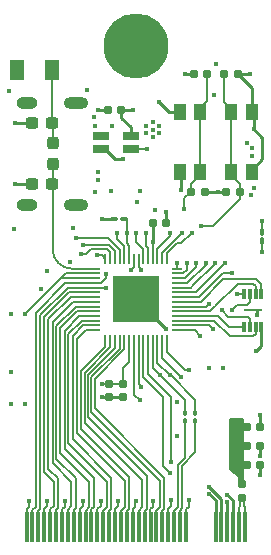
<source format=gbr>
%TF.GenerationSoftware,KiCad,Pcbnew,8.0.1*%
%TF.CreationDate,2024-04-18T13:31:19+02:00*%
%TF.ProjectId,ESP32S3_M.2_Board,45535033-3253-4335-9f4d-2e325f426f61,rev?*%
%TF.SameCoordinates,Original*%
%TF.FileFunction,Copper,L1,Top*%
%TF.FilePolarity,Positive*%
%FSLAX46Y46*%
G04 Gerber Fmt 4.6, Leading zero omitted, Abs format (unit mm)*
G04 Created by KiCad (PCBNEW 8.0.1) date 2024-04-18 13:31:19*
%MOMM*%
%LPD*%
G01*
G04 APERTURE LIST*
G04 Aperture macros list*
%AMRoundRect*
0 Rectangle with rounded corners*
0 $1 Rounding radius*
0 $2 $3 $4 $5 $6 $7 $8 $9 X,Y pos of 4 corners*
0 Add a 4 corners polygon primitive as box body*
4,1,4,$2,$3,$4,$5,$6,$7,$8,$9,$2,$3,0*
0 Add four circle primitives for the rounded corners*
1,1,$1+$1,$2,$3*
1,1,$1+$1,$4,$5*
1,1,$1+$1,$6,$7*
1,1,$1+$1,$8,$9*
0 Add four rect primitives between the rounded corners*
20,1,$1+$1,$2,$3,$4,$5,0*
20,1,$1+$1,$4,$5,$6,$7,0*
20,1,$1+$1,$6,$7,$8,$9,0*
20,1,$1+$1,$8,$9,$2,$3,0*%
G04 Aperture macros list end*
%TA.AperFunction,SMDPad,CuDef*%
%ADD10RoundRect,0.155000X-0.212500X-0.155000X0.212500X-0.155000X0.212500X0.155000X-0.212500X0.155000X0*%
%TD*%
%TA.AperFunction,SMDPad,CuDef*%
%ADD11RoundRect,0.100000X-0.100000X0.130000X-0.100000X-0.130000X0.100000X-0.130000X0.100000X0.130000X0*%
%TD*%
%TA.AperFunction,SMDPad,CuDef*%
%ADD12RoundRect,0.237500X0.237500X-0.287500X0.237500X0.287500X-0.237500X0.287500X-0.237500X-0.287500X0*%
%TD*%
%TA.AperFunction,SMDPad,CuDef*%
%ADD13RoundRect,0.050000X-0.350000X-0.050000X0.350000X-0.050000X0.350000X0.050000X-0.350000X0.050000X0*%
%TD*%
%TA.AperFunction,SMDPad,CuDef*%
%ADD14RoundRect,0.050000X-0.050000X-0.350000X0.050000X-0.350000X0.050000X0.350000X-0.050000X0.350000X0*%
%TD*%
%TA.AperFunction,HeatsinkPad*%
%ADD15R,4.000000X4.000000*%
%TD*%
%TA.AperFunction,SMDPad,CuDef*%
%ADD16RoundRect,0.237500X0.300000X0.237500X-0.300000X0.237500X-0.300000X-0.237500X0.300000X-0.237500X0*%
%TD*%
%TA.AperFunction,SMDPad,CuDef*%
%ADD17R,1.340000X0.700000*%
%TD*%
%TA.AperFunction,SMDPad,CuDef*%
%ADD18RoundRect,0.155000X0.212500X0.155000X-0.212500X0.155000X-0.212500X-0.155000X0.212500X-0.155000X0*%
%TD*%
%TA.AperFunction,SMDPad,CuDef*%
%ADD19RoundRect,0.155000X-0.155000X0.212500X-0.155000X-0.212500X0.155000X-0.212500X0.155000X0.212500X0*%
%TD*%
%TA.AperFunction,SMDPad,CuDef*%
%ADD20R,1.000000X1.450000*%
%TD*%
%TA.AperFunction,SMDPad,CuDef*%
%ADD21RoundRect,0.100000X0.100000X-0.217500X0.100000X0.217500X-0.100000X0.217500X-0.100000X-0.217500X0*%
%TD*%
%TA.AperFunction,SMDPad,CuDef*%
%ADD22R,0.300000X0.900000*%
%TD*%
%TA.AperFunction,SMDPad,CuDef*%
%ADD23R,1.650000X0.250000*%
%TD*%
%TA.AperFunction,SMDPad,CuDef*%
%ADD24RoundRect,0.160000X-0.160000X0.197500X-0.160000X-0.197500X0.160000X-0.197500X0.160000X0.197500X0*%
%TD*%
%TA.AperFunction,SMDPad,CuDef*%
%ADD25R,1.150000X1.800000*%
%TD*%
%TA.AperFunction,SMDPad,CuDef*%
%ADD26RoundRect,0.160000X-0.197500X-0.160000X0.197500X-0.160000X0.197500X0.160000X-0.197500X0.160000X0*%
%TD*%
%TA.AperFunction,SMDPad,CuDef*%
%ADD27RoundRect,0.100000X-0.217500X-0.100000X0.217500X-0.100000X0.217500X0.100000X-0.217500X0.100000X0*%
%TD*%
%TA.AperFunction,ComponentPad*%
%ADD28C,5.500000*%
%TD*%
%TA.AperFunction,SMDPad,CuDef*%
%ADD29R,0.350000X2.500000*%
%TD*%
%TA.AperFunction,SMDPad,CuDef*%
%ADD30RoundRect,0.160000X0.197500X0.160000X-0.197500X0.160000X-0.197500X-0.160000X0.197500X-0.160000X0*%
%TD*%
%TA.AperFunction,ComponentPad*%
%ADD31O,1.800000X1.000000*%
%TD*%
%TA.AperFunction,ComponentPad*%
%ADD32O,2.100000X1.000000*%
%TD*%
%TA.AperFunction,ViaPad*%
%ADD33C,0.450000*%
%TD*%
%TA.AperFunction,Conductor*%
%ADD34C,0.150000*%
%TD*%
%TA.AperFunction,Conductor*%
%ADD35C,0.250000*%
%TD*%
G04 APERTURE END LIST*
D10*
%TO.P,C14,1*%
%TO.N,+3V3*%
X230340000Y-106075000D03*
%TO.P,C14,2*%
%TO.N,Earth*%
X231475000Y-106075000D03*
%TD*%
D11*
%TO.P,R1,1*%
%TO.N,/USB_D-*%
X233050000Y-122205000D03*
%TO.P,R1,2*%
%TO.N,/M.2_USB_D-*%
X233050000Y-122845000D03*
%TD*%
D12*
%TO.P,L3,1,1*%
%TO.N,/RF1*%
X221875000Y-101075000D03*
%TO.P,L3,2,2*%
%TO.N,/RF2*%
X221875000Y-99325000D03*
%TD*%
D13*
%TO.P,U3,1,LNA_IN*%
%TO.N,/RF1*%
X225485000Y-109980000D03*
%TO.P,U3,2,VDD3P3*%
%TO.N,+3V3_RF*%
X225485000Y-110380000D03*
%TO.P,U3,3,VDD3P3*%
X225485000Y-110780000D03*
%TO.P,U3,4,CHIP_PU*%
%TO.N,/CHIP_PU*%
X225485000Y-111180000D03*
%TO.P,U3,5,GPIO0*%
%TO.N,/CHIP_BOOT*%
X225485000Y-111580000D03*
%TO.P,U3,6,GPIO1*%
%TO.N,/GPIO1*%
X225485000Y-111980000D03*
%TO.P,U3,7,GPIO2*%
%TO.N,/GPIO2*%
X225485000Y-112380000D03*
%TO.P,U3,8,GPIO3*%
%TO.N,/GPIO3*%
X225485000Y-112780000D03*
%TO.P,U3,9,GPIO4*%
%TO.N,/GPIO4*%
X225485000Y-113180000D03*
%TO.P,U3,10,GPIO5*%
%TO.N,/GPIO5*%
X225485000Y-113580000D03*
%TO.P,U3,11,GPIO6*%
%TO.N,/GPIO6*%
X225485000Y-113980000D03*
%TO.P,U3,12,GPIO7*%
%TO.N,/GPIO7*%
X225485000Y-114380000D03*
%TO.P,U3,13,GPIO8*%
%TO.N,/GPIO8*%
X225485000Y-114780000D03*
%TO.P,U3,14,GPIO9*%
%TO.N,/GPIO9*%
X225485000Y-115180000D03*
D14*
%TO.P,U3,15,GPIO10*%
%TO.N,/GPIO10*%
X226335000Y-116030000D03*
%TO.P,U3,16,GPIO11*%
%TO.N,/GPIO11*%
X226735000Y-116030000D03*
%TO.P,U3,17,GPIO12*%
%TO.N,/GPIO12*%
X227135000Y-116030000D03*
%TO.P,U3,18,GPIO13*%
%TO.N,/GPIO13*%
X227535000Y-116030000D03*
%TO.P,U3,19,GPIO14*%
%TO.N,/GPIO14*%
X227935000Y-116030000D03*
%TO.P,U3,20,VDD3P3_RTC*%
%TO.N,+3V3*%
X228335000Y-116030000D03*
%TO.P,U3,21,XTAL_32K_P*%
%TO.N,/OSC32_IN*%
X228735000Y-116030000D03*
%TO.P,U3,22,XTAL_32K_N*%
%TO.N,/OSC32_OUT*%
X229135000Y-116030000D03*
%TO.P,U3,23,GPIO17*%
%TO.N,/GPIO17*%
X229535000Y-116030000D03*
%TO.P,U3,24,GPIO18*%
%TO.N,/GPIO18*%
X229935000Y-116030000D03*
%TO.P,U3,25,GPIO19/USB_D-*%
%TO.N,/USB_D-*%
X230335000Y-116030000D03*
%TO.P,U3,26,GPIO20/USB_D+*%
%TO.N,/USB_D+*%
X230735000Y-116030000D03*
%TO.P,U3,27,GPIO21*%
%TO.N,/GPIO21*%
X231135000Y-116030000D03*
%TO.P,U3,28,SPICS1*%
%TO.N,/SPICS1*%
X231535000Y-116030000D03*
D13*
%TO.P,U3,29,VDD_SPI*%
%TO.N,VDD_SPI*%
X232385000Y-115180000D03*
%TO.P,U3,30,SPIHD*%
%TO.N,/FLASH_QSPI_nH*%
X232385000Y-114780000D03*
%TO.P,U3,31,SPIWP*%
%TO.N,/FLASH_QSPI_nWP*%
X232385000Y-114380000D03*
%TO.P,U3,32,SPICS0*%
%TO.N,/FLASH_QSPI_nCS*%
X232385000Y-113980000D03*
%TO.P,U3,33,SPICLK*%
%TO.N,/FLASH_QSPI_CLK*%
X232385000Y-113580000D03*
%TO.P,U3,34,SPIQ*%
%TO.N,/FLASH_QSPI_DO*%
X232385000Y-113180000D03*
%TO.P,U3,35,SPID*%
%TO.N,/FLASH_QSPI_DI*%
X232385000Y-112780000D03*
%TO.P,U3,36,SPICLK_N*%
%TO.N,/SPICLK_N*%
X232385000Y-112380000D03*
%TO.P,U3,37,SPICLK_P*%
%TO.N,/SPICLK_P*%
X232385000Y-111980000D03*
%TO.P,U3,38,GPIO33*%
%TO.N,/GPIO33*%
X232385000Y-111580000D03*
%TO.P,U3,39,GPIO34*%
%TO.N,/GPIO34*%
X232385000Y-111180000D03*
%TO.P,U3,40,GPIO35*%
%TO.N,/GPIO35*%
X232385000Y-110780000D03*
%TO.P,U3,41,GPIO36*%
%TO.N,/GPIO36*%
X232385000Y-110380000D03*
%TO.P,U3,42,GPIO37*%
%TO.N,/GPIO37*%
X232385000Y-109980000D03*
D14*
%TO.P,U3,43,GPIO38*%
%TO.N,/GPIO38*%
X231535000Y-109130000D03*
%TO.P,U3,44,MTCK*%
%TO.N,/MTCK*%
X231135000Y-109130000D03*
%TO.P,U3,45,MTDO*%
%TO.N,/MTDO*%
X230735000Y-109130000D03*
%TO.P,U3,46,VDD3P3_CPU*%
%TO.N,+3V3*%
X230335000Y-109130000D03*
%TO.P,U3,47,MTDI*%
%TO.N,/MTDI*%
X229935000Y-109130000D03*
%TO.P,U3,48,MTMS*%
%TO.N,/MTMS*%
X229535000Y-109130000D03*
%TO.P,U3,49,U0TXD*%
%TO.N,/U0TXD*%
X229135000Y-109130000D03*
%TO.P,U3,50,U0RXD*%
%TO.N,/U0RXD*%
X228735000Y-109130000D03*
%TO.P,U3,51,GPIO45*%
%TO.N,/GPIO45*%
X228335000Y-109130000D03*
%TO.P,U3,52,GPIO46*%
%TO.N,/GPIO46*%
X227935000Y-109130000D03*
%TO.P,U3,53,XTAL_N*%
%TO.N,/OSC_OUT*%
X227535000Y-109130000D03*
%TO.P,U3,54,XTAL_P*%
%TO.N,/OSC_IN*%
X227135000Y-109130000D03*
%TO.P,U3,55,VDDA*%
%TO.N,+3V3*%
X226735000Y-109130000D03*
%TO.P,U3,56,VDDA*%
X226335000Y-109130000D03*
D15*
%TO.P,U3,57,GND*%
%TO.N,Earth*%
X228935000Y-112580000D03*
%TD*%
D16*
%TO.P,C25,1*%
%TO.N,/RF2*%
X221812500Y-97675000D03*
%TO.P,C25,2*%
%TO.N,Earth*%
X220087500Y-97675000D03*
%TD*%
D17*
%TO.P,LED,1,DO*%
%TO.N,unconnected-(LED1-DO-Pad1)*%
X225990000Y-98750000D03*
%TO.P,LED,2,GND*%
%TO.N,Earth*%
X225990000Y-99850000D03*
%TO.P,LED,3,DI*%
%TO.N,/GPIO46*%
X228460000Y-99850000D03*
%TO.P,LED,4,VDD*%
%TO.N,+3V3*%
X228460000Y-98750000D03*
%TD*%
D18*
%TO.P,C26,1*%
%TO.N,+3V3*%
X227667500Y-96550000D03*
%TO.P,C26,2*%
%TO.N,Earth*%
X226532500Y-96550000D03*
%TD*%
D19*
%TO.P,C15,1*%
%TO.N,+3V3*%
X226650000Y-119707500D03*
%TO.P,C15,2*%
%TO.N,Earth*%
X226650000Y-120842500D03*
%TD*%
D20*
%TO.P,RST,1,1*%
%TO.N,Earth*%
X232625000Y-101825000D03*
X232625000Y-96675000D03*
%TO.P,RST,2,2*%
%TO.N,/CHIP_PU*%
X234325000Y-101825000D03*
X234325000Y-96675000D03*
%TD*%
D21*
%TO.P,R3,1*%
%TO.N,VBUS*%
X239575000Y-107657500D03*
%TO.P,R3,2*%
%TO.N,Net-(U1-EN)*%
X239575000Y-106842500D03*
%TD*%
D22*
%TO.P,U4,1,~{CS}*%
%TO.N,/FLASH_QSPI_nCS*%
X238040000Y-114910000D03*
%TO.P,U4,2,DO(IO1)*%
%TO.N,/FLASH_QSPI_DO*%
X238540000Y-114910000D03*
%TO.P,U4,3,IO2*%
%TO.N,/FLASH_QSPI_nWP*%
X239040000Y-114910000D03*
%TO.P,U4,4,GND*%
%TO.N,Earth*%
X239540000Y-114910000D03*
%TO.P,U4,5,DI(IO0)*%
%TO.N,/FLASH_QSPI_DI*%
X239540000Y-112110000D03*
%TO.P,U4,6,CLK*%
%TO.N,/FLASH_QSPI_CLK*%
X239040000Y-112110000D03*
%TO.P,U4,7,IO3*%
%TO.N,/FLASH_QSPI_nH*%
X238540000Y-112110000D03*
%TO.P,U4,8,VCC*%
%TO.N,VDD_SPI*%
X238040000Y-112110000D03*
D23*
%TO.P,U4,9,EP*%
%TO.N,Earth*%
X238790000Y-113510000D03*
%TD*%
D24*
%TO.P,R10,1*%
%TO.N,+3V3*%
X237900000Y-128227500D03*
%TO.P,R10,2*%
%TO.N,Net-(J2-1)*%
X237900000Y-129422500D03*
%TD*%
D10*
%TO.P,C17,1*%
%TO.N,+3V3*%
X238282500Y-126575000D03*
%TO.P,C17,2*%
%TO.N,Earth*%
X239417500Y-126575000D03*
%TD*%
D16*
%TO.P,C24,1*%
%TO.N,/RF1*%
X221837500Y-102825000D03*
%TO.P,C24,2*%
%TO.N,Earth*%
X220112500Y-102825000D03*
%TD*%
D25*
%TO.P,ANT1,1,FEED*%
%TO.N,/RF2*%
X221825000Y-93150000D03*
%TO.P,ANT1,2,NC*%
%TO.N,unconnected-(ANT1-NC-Pad2)*%
X218825000Y-93150000D03*
%TD*%
D26*
%TO.P,R12,1*%
%TO.N,+3V3*%
X236527500Y-103450000D03*
%TO.P,R12,2*%
%TO.N,/CHIP_BOOT*%
X237722500Y-103450000D03*
%TD*%
D19*
%TO.P,C11,1*%
%TO.N,+3V3*%
X227800000Y-119707500D03*
%TO.P,C11,2*%
%TO.N,Earth*%
X227800000Y-120842500D03*
%TD*%
D10*
%TO.P,C16,1*%
%TO.N,+3V3*%
X238290000Y-123375000D03*
%TO.P,C16,2*%
%TO.N,Earth*%
X239425000Y-123375000D03*
%TD*%
D27*
%TO.P,R13,1*%
%TO.N,+3V3*%
X227092500Y-105750000D03*
%TO.P,R13,2*%
%TO.N,/GPIO45*%
X227907500Y-105750000D03*
%TD*%
D11*
%TO.P,R2,1*%
%TO.N,/USB_D+*%
X233950000Y-122205000D03*
%TO.P,R2,2*%
%TO.N,/M.2_USB_D+*%
X233950000Y-122845000D03*
%TD*%
D10*
%TO.P,C18,1*%
%TO.N,+3V3*%
X238290000Y-124975000D03*
%TO.P,C18,2*%
%TO.N,Earth*%
X239425000Y-124975000D03*
%TD*%
D28*
%TO.P,J2,MOUNTING-HOLE,MP1*%
%TO.N,unconnected-(J2-MP1-PadMOUNTING-HOLE)*%
X228900000Y-91100000D03*
D29*
%TO.P,J2,P$1,1*%
%TO.N,Net-(J2-1)*%
X238150000Y-131850000D03*
%TO.P,J2,P$3,3*%
X237650000Y-131850000D03*
%TO.P,J2,P$5,5*%
%TO.N,Earth*%
X237150000Y-131850000D03*
%TO.P,J2,P$7,7*%
X236650000Y-131850000D03*
%TO.P,J2,P$9,9*%
X236150000Y-131850000D03*
%TO.P,J2,P$11,11*%
X235650000Y-131850000D03*
%TO.P,J2,P$21,21*%
X233150000Y-131850000D03*
%TO.P,J2,P$23,23*%
%TO.N,/M.2_USB_D+*%
X232650000Y-131850000D03*
%TO.P,J2,P$25,25*%
%TO.N,/M.2_USB_D-*%
X232150000Y-131850000D03*
%TO.P,J2,P$27,27*%
%TO.N,Earth*%
X231650000Y-131850000D03*
%TO.P,J2,P$29,29*%
%TO.N,/GPIO14*%
X231150000Y-131850000D03*
%TO.P,J2,P$31,31*%
%TO.N,/GPIO13*%
X230650000Y-131850000D03*
%TO.P,J2,P$33,33*%
%TO.N,Earth*%
X230150000Y-131850000D03*
%TO.P,J2,P$35,35*%
%TO.N,/GPIO12*%
X229650000Y-131850000D03*
%TO.P,J2,P$37,37*%
%TO.N,/GPIO11*%
X229150000Y-131850000D03*
%TO.P,J2,P$39,39*%
%TO.N,Earth*%
X228650000Y-131850000D03*
%TO.P,J2,P$41,41*%
%TO.N,/GPIO10*%
X228150000Y-131850000D03*
%TO.P,J2,P$43,43*%
%TO.N,/GPIO9*%
X227650000Y-131850000D03*
%TO.P,J2,P$45,45*%
%TO.N,Earth*%
X227150000Y-131850000D03*
%TO.P,J2,P$47,47*%
%TO.N,/GPIO8*%
X226650000Y-131850000D03*
%TO.P,J2,P$49,49*%
%TO.N,/GPIO7*%
X226150000Y-131850000D03*
%TO.P,J2,P$51,51*%
%TO.N,Earth*%
X225650000Y-131850000D03*
%TO.P,J2,P$53,53*%
%TO.N,/GPIO6*%
X225150000Y-131850000D03*
%TO.P,J2,P$55,55*%
%TO.N,/GPIO5*%
X224650000Y-131850000D03*
%TO.P,J2,P$57,57*%
%TO.N,Earth*%
X224150000Y-131850000D03*
%TO.P,J2,P$59,59*%
%TO.N,/GPIO4*%
X223650000Y-131850000D03*
%TO.P,J2,P$61,61*%
%TO.N,/GPIO3*%
X223150000Y-131850000D03*
%TO.P,J2,P$63,63*%
%TO.N,Earth*%
X222650000Y-131850000D03*
%TO.P,J2,P$65,65*%
%TO.N,/GPIO2*%
X222150000Y-131850000D03*
%TO.P,J2,P$67,67*%
%TO.N,/GPIO1*%
X221650000Y-131850000D03*
%TO.P,J2,P$69,69*%
%TO.N,Earth*%
X221150000Y-131850000D03*
%TO.P,J2,P$71,71*%
%TO.N,/CHIP_BOOT*%
X220650000Y-131850000D03*
%TO.P,J2,P$73,73*%
%TO.N,/CHIP_PU*%
X220150000Y-131850000D03*
%TO.P,J2,P$75,75*%
%TO.N,Earth*%
X219650000Y-131850000D03*
%TD*%
D30*
%TO.P,R9,1*%
%TO.N,+3V3*%
X234797500Y-103450000D03*
%TO.P,R9,2*%
%TO.N,/CHIP_PU*%
X233602500Y-103450000D03*
%TD*%
D18*
%TO.P,C10,1*%
%TO.N,/CHIP_PU*%
X234967500Y-93525000D03*
%TO.P,C10,2*%
%TO.N,Earth*%
X233832500Y-93525000D03*
%TD*%
D10*
%TO.P,C23,1*%
%TO.N,/CHIP_BOOT*%
X236382500Y-93525000D03*
%TO.P,C23,2*%
%TO.N,Earth*%
X237517500Y-93525000D03*
%TD*%
D20*
%TO.P,BOOT,1,1*%
%TO.N,Earth*%
X238700000Y-96675000D03*
X238700000Y-101825000D03*
%TO.P,BOOT,2,2*%
%TO.N,/CHIP_BOOT*%
X237000000Y-96675000D03*
X237000000Y-101825000D03*
%TD*%
D31*
%TO.P,J1,S1,SHIELD*%
%TO.N,Earth*%
X219685000Y-104620000D03*
D32*
X223865000Y-104620000D03*
D31*
X219685000Y-95980000D03*
D32*
X223865000Y-95980000D03*
%TD*%
D33*
%TO.N,VBUS*%
X230325000Y-98850000D03*
X230325000Y-97595997D03*
X225700000Y-101750000D03*
X225700000Y-102475000D03*
X230900000Y-98529003D03*
X226825000Y-103375000D03*
X239575000Y-108575000D03*
X226875000Y-97900000D03*
X230900000Y-97925000D03*
X230325000Y-98200000D03*
X229725000Y-98500000D03*
X225425000Y-97900000D03*
X229725000Y-97925000D03*
%TO.N,Earth*%
X222880000Y-129650000D03*
X235525000Y-95275000D03*
X239150000Y-113900000D03*
X218700000Y-97650000D03*
X224390000Y-129635000D03*
X232425000Y-124125000D03*
X230875000Y-95825000D03*
X218548439Y-106630888D03*
X218365000Y-121475000D03*
X231500000Y-105175000D03*
X238575000Y-93500000D03*
X218365000Y-118690000D03*
X225375000Y-97100000D03*
X227850000Y-100700000D03*
X236275000Y-118400000D03*
X232750000Y-103275000D03*
X239425000Y-122400000D03*
X218700000Y-102825000D03*
X233390000Y-129582500D03*
X219880000Y-129677500D03*
X236650000Y-129725000D03*
X225915000Y-129632500D03*
X239425000Y-125800000D03*
X231450000Y-115075000D03*
X228880000Y-129625000D03*
X220899569Y-111701651D03*
X218350000Y-113825000D03*
X223575000Y-106550000D03*
X238900000Y-98175000D03*
X235100000Y-129050000D03*
X229225000Y-103375000D03*
X224775000Y-94825000D03*
X233025000Y-93525000D03*
X218175000Y-94975000D03*
X226000000Y-120850000D03*
X231880000Y-129597500D03*
X221400000Y-110150000D03*
X235125000Y-118400000D03*
X225700000Y-96550000D03*
X236650000Y-129120997D03*
X239075000Y-116950000D03*
X232400000Y-121225000D03*
X221390000Y-129677500D03*
X230390000Y-129625000D03*
X239425000Y-127425000D03*
X223300000Y-109375000D03*
X225450000Y-103525000D03*
X227390000Y-129625000D03*
X235100000Y-128445997D03*
%TO.N,+3V3*%
X238875000Y-103150000D03*
X226000000Y-105750000D03*
X225600000Y-108800000D03*
X224225000Y-108750000D03*
X237375000Y-123200000D03*
X238650000Y-103725000D03*
X235825000Y-103450000D03*
X238750000Y-100425000D03*
X226025000Y-119700000D03*
X237375000Y-123925000D03*
X235700000Y-92675000D03*
X237375000Y-125375000D03*
X238750000Y-99775000D03*
X219500000Y-121475000D03*
X228625000Y-96550000D03*
X230340000Y-107735000D03*
X237375000Y-124650000D03*
X238275000Y-99350000D03*
%TO.N,/OSC_IN*%
X224425000Y-107975000D03*
%TO.N,/OSC_OUT*%
X223825000Y-107350000D03*
%TO.N,/OSC32_IN*%
X229225000Y-121125000D03*
%TO.N,/OSC32_OUT*%
X229365000Y-119960000D03*
%TO.N,VDD_SPI*%
X237465000Y-112110000D03*
X234375000Y-115650000D03*
%TO.N,/USB_D+*%
X230525000Y-105050000D03*
X231825000Y-119012800D03*
%TO.N,/USB_D-*%
X229025000Y-104300000D03*
X230987200Y-119012800D03*
%TO.N,/FLASH_QSPI_nH*%
X237077500Y-113447500D03*
X235440000Y-115085000D03*
%TO.N,/FLASH_QSPI_DO*%
X235065000Y-112935000D03*
X236165000Y-113510000D03*
%TO.N,+3V3_RF*%
X219500000Y-113825000D03*
%TO.N,/CHIP_PU*%
X233000000Y-104925000D03*
X226375000Y-110450000D03*
%TO.N,/CHIP_BOOT*%
X226350000Y-111575000D03*
X234400000Y-106400000D03*
%TO.N,/GPIO33*%
X235640000Y-109460000D03*
%TO.N,/GPIO18*%
X231840000Y-126385000D03*
%TO.N,/GPIO35*%
X234015000Y-109460000D03*
%TO.N,/GPIO21*%
X232737500Y-119112500D03*
%TO.N,/SPICLK_P*%
X236465000Y-109460000D03*
%TO.N,/MTCK*%
X232825000Y-106950000D03*
%TO.N,/GPIO37*%
X232390000Y-109460000D03*
%TO.N,/GPIO17*%
X231827500Y-127297500D03*
%TO.N,/MTDO*%
X231800000Y-106950000D03*
%TO.N,/GPIO34*%
X234815000Y-109460000D03*
%TO.N,/U0RXD*%
X228515000Y-110060000D03*
%TO.N,/U0TXD*%
X229340000Y-110060000D03*
%TO.N,/SPICS1*%
X233375000Y-118550000D03*
%TO.N,/MTDI*%
X229740000Y-106960000D03*
%TO.N,/GPIO36*%
X233215000Y-109460000D03*
%TO.N,/GPIO46*%
X229825000Y-99850000D03*
X227315000Y-106960000D03*
%TO.N,/SPICLK_N*%
X237015000Y-110310000D03*
%TO.N,/MTMS*%
X228940000Y-106960000D03*
%TO.N,/GPIO38*%
X233625000Y-106950000D03*
%TO.N,/GPIO45*%
X228140000Y-106960000D03*
%TO.N,Net-(U1-EN)*%
X239575000Y-105900000D03*
%TD*%
D34*
%TO.N,VBUS*%
X239575000Y-107657500D02*
X239575000Y-108575000D01*
%TO.N,Earth*%
X231890000Y-130110000D02*
X231890000Y-129717500D01*
X222640000Y-131870000D02*
X222640000Y-130360000D01*
D35*
X236650000Y-131850000D02*
X236650000Y-129725000D01*
D34*
X227390000Y-129697500D02*
X227380000Y-129687500D01*
D35*
X238700000Y-101825000D02*
X238700000Y-101625000D01*
X239425000Y-123375000D02*
X239425000Y-122400000D01*
D34*
X231890000Y-129717500D02*
X231865000Y-129692500D01*
D35*
X239075000Y-116950000D02*
X239540000Y-116485000D01*
X237125000Y-129595997D02*
X237125000Y-131825000D01*
X239425000Y-127425000D02*
X239425000Y-126582500D01*
X238700000Y-94707500D02*
X237517500Y-93525000D01*
D34*
X231635000Y-130365000D02*
X231890000Y-130110000D01*
X219880000Y-130120000D02*
X219880000Y-129677500D01*
X221150000Y-130350000D02*
X221390000Y-130110000D01*
X225915000Y-129732500D02*
X225870000Y-129687500D01*
X224140000Y-130360000D02*
X224390000Y-130110000D01*
D35*
X231500000Y-105175000D02*
X231500000Y-106050000D01*
X235650000Y-131850000D02*
X235650000Y-129600000D01*
X239625000Y-98900000D02*
X238900000Y-98175000D01*
X236150000Y-129495997D02*
X236150000Y-131850000D01*
X233025000Y-93525000D02*
X233832500Y-93525000D01*
X218725000Y-97675000D02*
X218700000Y-97650000D01*
X238900000Y-98175000D02*
X238900000Y-96875000D01*
D34*
X219650000Y-130350000D02*
X219880000Y-130120000D01*
X233385000Y-129702500D02*
X233375000Y-129692500D01*
D35*
X230875000Y-95825000D02*
X231725000Y-96675000D01*
D34*
X225915000Y-130085000D02*
X225915000Y-129732500D01*
D35*
X226532500Y-96550000D02*
X225700000Y-96550000D01*
D34*
X221150000Y-131860000D02*
X221150000Y-130350000D01*
D35*
X232750000Y-101950000D02*
X232625000Y-101825000D01*
D34*
X225640000Y-131870000D02*
X225640000Y-130360000D01*
D35*
X228935000Y-112585000D02*
X228935000Y-112580000D01*
X226000000Y-120850000D02*
X226007500Y-120842500D01*
D34*
X222640000Y-130360000D02*
X222870000Y-130130000D01*
D35*
X220112500Y-102825000D02*
X218700000Y-102825000D01*
X226007500Y-120842500D02*
X226650000Y-120842500D01*
D34*
X228875000Y-130125000D02*
X228875000Y-129682500D01*
X225640000Y-130360000D02*
X225915000Y-130085000D01*
D35*
X238575000Y-93500000D02*
X238550000Y-93525000D01*
X227150000Y-100700000D02*
X226300000Y-99850000D01*
D34*
X230145000Y-130355000D02*
X230385000Y-130115000D01*
D35*
X237125000Y-131825000D02*
X237150000Y-131850000D01*
D34*
X233135000Y-130365000D02*
X233385000Y-130115000D01*
D35*
X236650000Y-129120997D02*
X237125000Y-129595997D01*
X226300000Y-99850000D02*
X225990000Y-99850000D01*
X239425000Y-124975000D02*
X239425000Y-125800000D01*
X235650000Y-129600000D02*
X235100000Y-129050000D01*
X239540000Y-116485000D02*
X239540000Y-114910000D01*
X235100000Y-128445997D02*
X236150000Y-129495997D01*
D34*
X219650000Y-131860000D02*
X219650000Y-130350000D01*
D35*
X238550000Y-93525000D02*
X237517500Y-93525000D01*
D34*
X230385000Y-130115000D02*
X230385000Y-129682500D01*
D35*
X239425000Y-126582500D02*
X239417500Y-126575000D01*
D34*
X227140000Y-130360000D02*
X227390000Y-130110000D01*
D35*
X239625000Y-100700000D02*
X239625000Y-98900000D01*
X238700000Y-101625000D02*
X239625000Y-100700000D01*
D34*
X224390000Y-130110000D02*
X224390000Y-129697500D01*
X227140000Y-131870000D02*
X227140000Y-130360000D01*
D35*
X220087500Y-97675000D02*
X218725000Y-97675000D01*
X227850000Y-100700000D02*
X227150000Y-100700000D01*
X231500000Y-106050000D02*
X231475000Y-106075000D01*
D34*
X233385000Y-130115000D02*
X233385000Y-129702500D01*
X228645000Y-130355000D02*
X228875000Y-130125000D01*
D35*
X231725000Y-96675000D02*
X232625000Y-96675000D01*
D34*
X227390000Y-130110000D02*
X227390000Y-129697500D01*
D35*
X232750000Y-103275000D02*
X232750000Y-101950000D01*
X238900000Y-96875000D02*
X238700000Y-96675000D01*
D34*
X221390000Y-130110000D02*
X221390000Y-129677500D01*
X230145000Y-131865000D02*
X230145000Y-130355000D01*
X224390000Y-129697500D02*
X224380000Y-129687500D01*
D35*
X239150000Y-113525000D02*
X239150000Y-113900000D01*
D34*
X228645000Y-131865000D02*
X228645000Y-130355000D01*
D35*
X231450000Y-115075000D02*
X231425000Y-115075000D01*
X238700000Y-96675000D02*
X238700000Y-94707500D01*
D34*
X233135000Y-131875000D02*
X233135000Y-130365000D01*
X222870000Y-130130000D02*
X222870000Y-129687500D01*
D35*
X231425000Y-115075000D02*
X228935000Y-112585000D01*
D34*
X224140000Y-131870000D02*
X224140000Y-130360000D01*
D35*
X226650000Y-120842500D02*
X227800000Y-120842500D01*
D34*
X231635000Y-131875000D02*
X231635000Y-130365000D01*
%TO.N,+3V3*%
X238225000Y-125040000D02*
X238290000Y-124975000D01*
D35*
X230340000Y-106075000D02*
X230345000Y-106080000D01*
X238282500Y-126575000D02*
X238325000Y-126532500D01*
X230345000Y-107730000D02*
X230340000Y-107735000D01*
D34*
X225150000Y-108300000D02*
X226450000Y-108300000D01*
X238212500Y-125052500D02*
X238290000Y-124975000D01*
X224700000Y-108750000D02*
X225150000Y-108300000D01*
X224225000Y-108750000D02*
X224700000Y-108750000D01*
X226032500Y-119707500D02*
X226025000Y-119700000D01*
X226650000Y-119707500D02*
X227800000Y-119707500D01*
D35*
X227667500Y-96550000D02*
X227667500Y-97192500D01*
X227667500Y-96550000D02*
X228625000Y-96550000D01*
D34*
X225600000Y-108800000D02*
X226005000Y-108800000D01*
D35*
X227667500Y-97192500D02*
X228460000Y-97985000D01*
X238325000Y-125010000D02*
X238290000Y-124975000D01*
D34*
X228335000Y-117865000D02*
X227800000Y-118400000D01*
X226450000Y-108300000D02*
X226735000Y-108585000D01*
X226650000Y-119707500D02*
X226032500Y-119707500D01*
D35*
X230345000Y-106080000D02*
X230345000Y-107730000D01*
D34*
X230335000Y-109130000D02*
X230335000Y-107740000D01*
D35*
X234850000Y-103502500D02*
X234797500Y-103450000D01*
X235825000Y-103450000D02*
X236527500Y-103450000D01*
X228460000Y-97985000D02*
X228460000Y-98750000D01*
D34*
X228335000Y-116030000D02*
X228335000Y-117865000D01*
X226735000Y-108585000D02*
X226735000Y-109130000D01*
D35*
X234797500Y-103450000D02*
X235825000Y-103450000D01*
X238225000Y-123440000D02*
X238290000Y-123375000D01*
D34*
X226005000Y-108800000D02*
X226335000Y-109130000D01*
D35*
X226902500Y-105750000D02*
X226000000Y-105750000D01*
D34*
X227800000Y-118400000D02*
X227800000Y-119707500D01*
X230335000Y-107740000D02*
X230340000Y-107735000D01*
%TO.N,/OSC_IN*%
X226605000Y-107975000D02*
X227135000Y-108505000D01*
X224425000Y-107975000D02*
X226605000Y-107975000D01*
X227135000Y-108505000D02*
X227135000Y-109130000D01*
%TO.N,/OSC_OUT*%
X226530000Y-107350000D02*
X227535000Y-108355000D01*
X227535000Y-108355000D02*
X227535000Y-109130000D01*
X223825000Y-107350000D02*
X226530000Y-107350000D01*
%TO.N,/OSC32_IN*%
X228735000Y-120635000D02*
X228735000Y-116030000D01*
X229225000Y-121125000D02*
X228735000Y-120635000D01*
%TO.N,/OSC32_OUT*%
X229135000Y-119730000D02*
X229135000Y-116030000D01*
X229365000Y-119960000D02*
X229135000Y-119730000D01*
%TO.N,VDD_SPI*%
X233905000Y-115180000D02*
X234375000Y-115650000D01*
X237465000Y-112110000D02*
X238040000Y-112110000D01*
X232385000Y-115180000D02*
X233905000Y-115180000D01*
%TO.N,/USB_D+*%
X231852911Y-119012800D02*
X231825000Y-119012800D01*
X230735000Y-117922800D02*
X231825000Y-119012800D01*
X230735000Y-116030000D02*
X230735000Y-117922800D01*
X233950000Y-122205000D02*
X233950000Y-121109889D01*
X233950000Y-121109889D02*
X231852911Y-119012800D01*
%TO.N,/USB_D-*%
X230335000Y-118360600D02*
X231324700Y-119350300D01*
X230335000Y-116030000D02*
X230335000Y-118360600D01*
X231324700Y-119350300D02*
X233050000Y-121075600D01*
X233050000Y-121075600D02*
X233050000Y-122205000D01*
X231324700Y-119350300D02*
X230987200Y-119012800D01*
%TO.N,/M.2_USB_D-*%
X232125000Y-130460000D02*
X232125000Y-131860000D01*
X233050000Y-125975000D02*
X232465000Y-126560000D01*
X233050000Y-122845000D02*
X233050000Y-125975000D01*
X232465000Y-126560000D02*
X232465000Y-130120000D01*
X232465000Y-130120000D02*
X232125000Y-130460000D01*
%TO.N,/M.2_USB_D+*%
X233950000Y-125525000D02*
X233950000Y-122845000D01*
X232625000Y-131860000D02*
X232625000Y-130460000D01*
X232815000Y-126660000D02*
X233950000Y-125525000D01*
X232815000Y-130270000D02*
X232815000Y-126660000D01*
X232625000Y-130460000D02*
X232815000Y-130270000D01*
%TO.N,/FLASH_QSPI_nCS*%
X236790000Y-114910000D02*
X238040000Y-114910000D01*
X232385000Y-113980000D02*
X235860000Y-113980000D01*
X235860000Y-113980000D02*
X236790000Y-114910000D01*
%TO.N,/FLASH_QSPI_CLK*%
X235620000Y-113155000D02*
X237515000Y-111260000D01*
X235620000Y-113164889D02*
X235620000Y-113155000D01*
X239040000Y-111460000D02*
X239040000Y-112110000D01*
X232385000Y-113580000D02*
X235204889Y-113580000D01*
X238840000Y-111260000D02*
X239040000Y-111460000D01*
X235204889Y-113580000D02*
X235620000Y-113164889D01*
X237515000Y-111260000D02*
X238840000Y-111260000D01*
%TO.N,/RF1*%
X221875000Y-102787500D02*
X221837500Y-102825000D01*
X223518758Y-109980000D02*
X225485000Y-109980000D01*
X221875000Y-101075000D02*
X221875000Y-102787500D01*
X221850000Y-102825000D02*
X221850000Y-108311242D01*
X221837500Y-102825000D02*
X221850000Y-102825000D01*
X221850000Y-108311242D02*
G75*
G03*
X223518758Y-109980000I1668800J42D01*
G01*
%TO.N,/RF2*%
X221812500Y-93162500D02*
X221825000Y-93150000D01*
X221875000Y-97737500D02*
X221812500Y-97675000D01*
X221812500Y-97675000D02*
X221812500Y-93162500D01*
X221875000Y-99325000D02*
X221875000Y-97737500D01*
%TO.N,/FLASH_QSPI_DI*%
X239540000Y-112110000D02*
X239540000Y-111310000D01*
X239540000Y-111310000D02*
X239115000Y-110885000D01*
X234420000Y-112780000D02*
X232385000Y-112780000D01*
X236315000Y-110885000D02*
X234420000Y-112780000D01*
X239115000Y-110885000D02*
X236315000Y-110885000D01*
%TO.N,/FLASH_QSPI_nH*%
X238315000Y-113035000D02*
X238540000Y-112810000D01*
X238540000Y-112810000D02*
X238540000Y-112110000D01*
X237490000Y-113035000D02*
X238315000Y-113035000D01*
X235440000Y-115085000D02*
X235135000Y-114780000D01*
X235135000Y-114780000D02*
X232385000Y-114780000D01*
X237077500Y-113447500D02*
X237490000Y-113035000D01*
%TO.N,/FLASH_QSPI_nWP*%
X236865000Y-115710000D02*
X238815000Y-115710000D01*
X239040000Y-115485000D02*
X239040000Y-114910000D01*
X235535000Y-114380000D02*
X236865000Y-115710000D01*
X238815000Y-115710000D02*
X239040000Y-115485000D01*
X232385000Y-114380000D02*
X235535000Y-114380000D01*
%TO.N,/FLASH_QSPI_DO*%
X238390000Y-114060000D02*
X238540000Y-114210000D01*
X235065000Y-112935000D02*
X234808000Y-113192000D01*
X234808000Y-113192000D02*
X232397000Y-113192000D01*
X232397000Y-113192000D02*
X232385000Y-113180000D01*
X236165000Y-113510000D02*
X236715000Y-114060000D01*
X236715000Y-114060000D02*
X238390000Y-114060000D01*
X238540000Y-114210000D02*
X238540000Y-114910000D01*
%TO.N,+3V3_RF*%
X222606108Y-110780000D02*
X222593054Y-110793054D01*
X223006109Y-110380000D02*
X222593054Y-110793054D01*
X225485000Y-110380000D02*
X223006109Y-110380000D01*
X219561109Y-113825000D02*
X219500000Y-113825000D01*
X225485000Y-110780000D02*
X222606108Y-110780000D01*
X222593054Y-110793054D02*
X219561109Y-113825000D01*
%TO.N,/CHIP_PU*%
X234325000Y-102052500D02*
X234325000Y-101825000D01*
X233000000Y-104850000D02*
X233000000Y-104025000D01*
X220150000Y-130425000D02*
X220435000Y-130140000D01*
X234967500Y-95807500D02*
X234967500Y-93525000D01*
X222945000Y-111180000D02*
X225485000Y-111180000D01*
X234325000Y-101825000D02*
X234325000Y-96675000D01*
X234325000Y-96450000D02*
X234967500Y-95807500D01*
X226375000Y-110450000D02*
X226375000Y-110750000D01*
X233000000Y-104025000D02*
X233575000Y-103450000D01*
X233575000Y-103450000D02*
X233602500Y-103450000D01*
X220435000Y-113690000D02*
X222945000Y-111180000D01*
X220150000Y-131860000D02*
X220150000Y-130425000D01*
X226375000Y-110750000D02*
X225945000Y-111180000D01*
X233602500Y-102775000D02*
X234325000Y-102052500D01*
X220435000Y-130140000D02*
X220435000Y-113690000D01*
X234325000Y-96675000D02*
X234325000Y-96450000D01*
X233602500Y-103450000D02*
X233602500Y-102775000D01*
X225945000Y-111180000D02*
X225485000Y-111180000D01*
%TO.N,/CHIP_BOOT*%
X223120000Y-111580000D02*
X220815000Y-113885000D01*
X234400000Y-106400000D02*
X235420000Y-106400000D01*
X237722500Y-103450000D02*
X237722500Y-102772500D01*
X235420000Y-106400000D02*
X237722500Y-104097500D01*
X220815000Y-113885000D02*
X220815000Y-130335000D01*
X236575000Y-96032500D02*
X236575000Y-96250000D01*
X225485000Y-111580000D02*
X223120000Y-111580000D01*
X220815000Y-130335000D02*
X220650000Y-130500000D01*
X237722500Y-104097500D02*
X237722500Y-103450000D01*
X236382500Y-95840000D02*
X236575000Y-96032500D01*
X236575000Y-96250000D02*
X237000000Y-96675000D01*
X237000000Y-102050000D02*
X237000000Y-101825000D01*
X236382500Y-93525000D02*
X236382500Y-95840000D01*
X237000000Y-101825000D02*
X237000000Y-96675000D01*
X237722500Y-102772500D02*
X237000000Y-102050000D01*
X220650000Y-130500000D02*
X220650000Y-131860000D01*
X226345000Y-111580000D02*
X225485000Y-111580000D01*
X226350000Y-111575000D02*
X226345000Y-111580000D01*
%TO.N,/GPIO33*%
X233667662Y-111485000D02*
X235592662Y-109560000D01*
X232385000Y-111580000D02*
X233570000Y-111580000D01*
X235592662Y-109335000D02*
X235640000Y-109335000D01*
X233570000Y-111580000D02*
X233665000Y-111485000D01*
X233665000Y-111485000D02*
X233667662Y-111485000D01*
%TO.N,/GPIO18*%
X231840000Y-126385000D02*
X231840000Y-120810000D01*
X231840000Y-120810000D02*
X229935000Y-118905000D01*
X229935000Y-118905000D02*
X229935000Y-116030000D01*
%TO.N,/GPIO9*%
X224670000Y-115180000D02*
X225485000Y-115180000D01*
X227650000Y-131860000D02*
X227650000Y-130460000D01*
X223900000Y-115950000D02*
X224670000Y-115180000D01*
X223900000Y-123920000D02*
X223900000Y-115950000D01*
X227650000Y-130460000D02*
X227965000Y-130145000D01*
X227965000Y-130145000D02*
X227965000Y-127985000D01*
X227965000Y-127985000D02*
X223900000Y-123920000D01*
%TO.N,/GPIO2*%
X222315000Y-127715000D02*
X222315000Y-130210000D01*
X223395000Y-112380000D02*
X221500000Y-114275000D01*
X222150000Y-130375000D02*
X222150000Y-131860000D01*
X221500000Y-126900000D02*
X222315000Y-127715000D01*
X222315000Y-130210000D02*
X222150000Y-130375000D01*
X221500000Y-114275000D02*
X221500000Y-126900000D01*
X225485000Y-112380000D02*
X223395000Y-112380000D01*
%TO.N,/GPIO5*%
X222525000Y-125570000D02*
X222525000Y-114986637D01*
X222525000Y-114986637D02*
X223931637Y-113580000D01*
X223931637Y-113580000D02*
X225485000Y-113580000D01*
X224965000Y-128010000D02*
X222525000Y-125570000D01*
X224650000Y-130460000D02*
X224965000Y-130145000D01*
X224650000Y-131860000D02*
X224650000Y-130460000D01*
X224965000Y-130145000D02*
X224965000Y-128010000D01*
%TO.N,/GPIO8*%
X226650000Y-130460000D02*
X226650000Y-131860000D01*
X223550000Y-124400000D02*
X226815000Y-127665000D01*
X226815000Y-130295000D02*
X226650000Y-130460000D01*
X223550000Y-115700000D02*
X223550000Y-124400000D01*
X225485000Y-114780000D02*
X224470000Y-114780000D01*
X226815000Y-127665000D02*
X226815000Y-130295000D01*
X224470000Y-114780000D02*
X223550000Y-115700000D01*
%TO.N,/GPIO7*%
X226150000Y-130460000D02*
X226150000Y-131860000D01*
X226490000Y-130120000D02*
X226150000Y-130460000D01*
X224310245Y-114380000D02*
X223200000Y-115490245D01*
X225485000Y-114380000D02*
X224310245Y-114380000D01*
X223200000Y-124770000D02*
X226490000Y-128060000D01*
X223200000Y-115490245D02*
X223200000Y-124770000D01*
X226490000Y-128060000D02*
X226490000Y-130120000D01*
%TO.N,/GPIO13*%
X227535000Y-116030000D02*
X227535000Y-116773263D01*
X225143000Y-119165263D02*
X225143000Y-122143000D01*
X227535000Y-116773263D02*
X225143000Y-119165263D01*
X225143000Y-122143000D02*
X230965000Y-127965000D01*
X230965000Y-127965000D02*
X230965000Y-130145000D01*
X230650000Y-130460000D02*
X230650000Y-131860000D01*
X230965000Y-130145000D02*
X230650000Y-130460000D01*
%TO.N,/GPIO3*%
X223440000Y-130085000D02*
X223440000Y-128003578D01*
X223557500Y-112780000D02*
X225485000Y-112780000D01*
X221850000Y-114487500D02*
X223557500Y-112780000D01*
X223440000Y-128003578D02*
X221850000Y-126413578D01*
X223150000Y-131860000D02*
X223150000Y-130375000D01*
X223150000Y-130375000D02*
X223440000Y-130085000D01*
X221850000Y-126413578D02*
X221850000Y-114487500D01*
%TO.N,/GPIO10*%
X224250000Y-123525000D02*
X224250000Y-118675000D01*
X226335000Y-116590000D02*
X226335000Y-116030000D01*
X228150000Y-131860000D02*
X228150000Y-130460000D01*
X224250000Y-118675000D02*
X226335000Y-116590000D01*
X228315000Y-127590000D02*
X224250000Y-123525000D01*
X228150000Y-130460000D02*
X228315000Y-130295000D01*
X228315000Y-130295000D02*
X228315000Y-127590000D01*
%TO.N,/GPIO35*%
X234015000Y-109335000D02*
X234015000Y-109685000D01*
X234015000Y-109835000D02*
X233065000Y-110785000D01*
X233065000Y-110785000D02*
X232390000Y-110785000D01*
X234015000Y-109460000D02*
X234015000Y-109835000D01*
%TO.N,/GPIO21*%
X231135000Y-117510000D02*
X231135000Y-116030000D01*
X232737500Y-119112500D02*
X231135000Y-117510000D01*
%TO.N,/SPICLK_P*%
X236465000Y-109485000D02*
X236465000Y-109460000D01*
X233970000Y-111980000D02*
X236465000Y-109485000D01*
X232385000Y-111980000D02*
X233970000Y-111980000D01*
%TO.N,/MTCK*%
X231135000Y-108640000D02*
X232825000Y-106950000D01*
X231135000Y-109130000D02*
X231135000Y-108640000D01*
%TO.N,/GPIO37*%
X232390000Y-109460000D02*
X232390000Y-109975000D01*
X232390000Y-109975000D02*
X232385000Y-109980000D01*
%TO.N,/GPIO17*%
X229535000Y-119155000D02*
X229535000Y-116030000D01*
X231827500Y-127297500D02*
X231215000Y-126685000D01*
X231215000Y-126685000D02*
X231215000Y-120835000D01*
X231215000Y-120835000D02*
X229535000Y-119155000D01*
%TO.N,/MTDO*%
X230735000Y-108305000D02*
X230735000Y-109130000D01*
X231800000Y-106950000D02*
X231800000Y-107240000D01*
X231800000Y-107240000D02*
X230735000Y-108305000D01*
%TO.N,/GPIO12*%
X224866000Y-118959000D02*
X227135000Y-116690000D01*
X224866000Y-122566000D02*
X224866000Y-118959000D01*
X229815000Y-130295000D02*
X229815000Y-127515000D01*
X227135000Y-116690000D02*
X227135000Y-116030000D01*
X229650000Y-131860000D02*
X229650000Y-130460000D01*
X229650000Y-130460000D02*
X229815000Y-130295000D01*
X229815000Y-127515000D02*
X224866000Y-122566000D01*
%TO.N,/GPIO34*%
X232385000Y-111180000D02*
X233270000Y-111180000D01*
X233270000Y-111180000D02*
X234815000Y-109635000D01*
X234815000Y-109635000D02*
X234815000Y-109460000D01*
%TO.N,/GPIO4*%
X223815000Y-127740000D02*
X222175000Y-126100000D01*
X223796800Y-113180000D02*
X225485000Y-113180000D01*
X223650000Y-131860000D02*
X223650000Y-130375000D01*
X223650000Y-130375000D02*
X223815000Y-130210000D01*
X222175000Y-126100000D02*
X222175000Y-114801800D01*
X222175000Y-114801800D02*
X223796800Y-113180000D01*
X223815000Y-130210000D02*
X223815000Y-127740000D01*
%TO.N,/U0RXD*%
X228735000Y-109840000D02*
X228735000Y-109130000D01*
X228515000Y-110060000D02*
X228735000Y-109840000D01*
%TO.N,/U0TXD*%
X229135000Y-109855000D02*
X229135000Y-109130000D01*
X229340000Y-110060000D02*
X229135000Y-109855000D01*
%TO.N,/SPICS1*%
X231535000Y-117060000D02*
X231535000Y-116030000D01*
X233025000Y-118550000D02*
X231535000Y-117060000D01*
X233375000Y-118550000D02*
X233025000Y-118550000D01*
%TO.N,/GPIO1*%
X221650000Y-130344974D02*
X221650000Y-131860000D01*
X221150000Y-127219264D02*
X221965000Y-128034264D01*
X221965000Y-130029974D02*
X221650000Y-130344974D01*
X221150000Y-114085028D02*
X221150000Y-127219264D01*
X221965000Y-128034264D02*
X221965000Y-130029974D01*
X223255028Y-111980000D02*
X221150000Y-114085028D01*
X225485000Y-111980000D02*
X223255028Y-111980000D01*
%TO.N,/MTDI*%
X229945000Y-108235000D02*
X229740000Y-108030000D01*
X229740000Y-108030000D02*
X229740000Y-106960000D01*
X229945000Y-109130000D02*
X229945000Y-108235000D01*
%TO.N,/GPIO36*%
X232935000Y-110365000D02*
X232370000Y-110365000D01*
X233215000Y-109485000D02*
X233215000Y-110085000D01*
X233215000Y-110085000D02*
X232935000Y-110365000D01*
%TO.N,/GPIO46*%
X229825000Y-99850000D02*
X228460000Y-99850000D01*
X227935000Y-108080000D02*
X227935000Y-109130000D01*
X227315000Y-107460000D02*
X227935000Y-108080000D01*
X227315000Y-106960000D02*
X227315000Y-107460000D01*
%TO.N,/GPIO14*%
X231150000Y-131860000D02*
X231150000Y-130460000D01*
X231315000Y-127660000D02*
X225420000Y-121765000D01*
X227935000Y-116765000D02*
X227935000Y-116030000D01*
X231315000Y-130295000D02*
X231315000Y-127660000D01*
X231150000Y-130460000D02*
X231315000Y-130295000D01*
X225420000Y-121765000D02*
X225420000Y-119280000D01*
X225420000Y-119280000D02*
X227935000Y-116765000D01*
%TO.N,/SPICLK_N*%
X234270000Y-112380000D02*
X236290000Y-110360000D01*
X232385000Y-112380000D02*
X234270000Y-112380000D01*
X237015000Y-110310000D02*
X237065000Y-110260000D01*
X236340000Y-110310000D02*
X236290000Y-110360000D01*
X237015000Y-110310000D02*
X236340000Y-110310000D01*
%TO.N,/MTMS*%
X228940000Y-107685000D02*
X228940000Y-106960000D01*
X229540000Y-109120000D02*
X229540000Y-108285000D01*
X229540000Y-108285000D02*
X228940000Y-107685000D01*
%TO.N,/GPIO6*%
X222875000Y-125225000D02*
X222875000Y-115225000D01*
X225340000Y-130161738D02*
X225340000Y-127690000D01*
X224120000Y-113980000D02*
X225485000Y-113980000D01*
X225150000Y-131860000D02*
X225150000Y-130351738D01*
X222875000Y-115225000D02*
X224120000Y-113980000D01*
X225150000Y-130351738D02*
X225340000Y-130161738D01*
X225340000Y-127690000D02*
X222875000Y-125225000D01*
%TO.N,/GPIO38*%
X233625000Y-106950000D02*
X232750000Y-107825000D01*
X232350000Y-107825000D02*
X231540000Y-108635000D01*
X232750000Y-107825000D02*
X232350000Y-107825000D01*
X231540000Y-108635000D02*
X231540000Y-109135000D01*
%TO.N,/GPIO11*%
X224589000Y-123033264D02*
X229465000Y-127909264D01*
X229465000Y-130145000D02*
X229150000Y-130460000D01*
X224589000Y-118786000D02*
X224589000Y-123033264D01*
X229465000Y-127909264D02*
X229465000Y-130145000D01*
X229150000Y-130460000D02*
X229150000Y-131860000D01*
X226735000Y-116640000D02*
X224589000Y-118786000D01*
X226735000Y-116030000D02*
X226735000Y-116640000D01*
%TO.N,/GPIO45*%
X228335000Y-108030000D02*
X228335000Y-109130000D01*
X228135714Y-106955714D02*
X228140000Y-106960000D01*
X228140000Y-106960000D02*
X228140000Y-107835000D01*
X228140000Y-107835000D02*
X228335000Y-108030000D01*
X228135714Y-105788214D02*
X228135714Y-106955714D01*
X228097500Y-105750000D02*
X228135714Y-105788214D01*
%TO.N,Net-(U1-EN)*%
X239575000Y-106842500D02*
X239575000Y-105900000D01*
%TO.N,Net-(J2-1)*%
X238150000Y-131838750D02*
X238150000Y-130188750D01*
X237650000Y-131850000D02*
X237650000Y-130200000D01*
X238150000Y-130188750D02*
X238050000Y-130088750D01*
X237650000Y-130200000D02*
X237750000Y-130100000D01*
X237750000Y-130100000D02*
X237750000Y-129572500D01*
X238050000Y-129561250D02*
X237900000Y-129411250D01*
X238050000Y-130088750D02*
X238050000Y-129561250D01*
X237750000Y-129572500D02*
X237900000Y-129422500D01*
%TD*%
%TA.AperFunction,Conductor*%
%TO.N,+3V3*%
G36*
X238015677Y-122669685D02*
G01*
X238036319Y-122686319D01*
X238063681Y-122713681D01*
X238097166Y-122775004D01*
X238100000Y-122801362D01*
X238100000Y-127800000D01*
X238188681Y-127888681D01*
X238222166Y-127950004D01*
X238225000Y-127976362D01*
X238225000Y-128326000D01*
X238205315Y-128393039D01*
X238152511Y-128438794D01*
X238101000Y-128450000D01*
X238024157Y-128450000D01*
X237923880Y-128450000D01*
X237877827Y-128441131D01*
X237830410Y-128422164D01*
X237782993Y-128403197D01*
X237767525Y-128395728D01*
X237645943Y-128326253D01*
X237597503Y-128275902D01*
X237587166Y-128248665D01*
X237578702Y-128214808D01*
X237575000Y-128184734D01*
X237575000Y-127624999D01*
X236824600Y-127062199D01*
X236782779Y-127006228D01*
X236775000Y-126962999D01*
X236775000Y-122801362D01*
X236794685Y-122734323D01*
X236811319Y-122713681D01*
X236838681Y-122686319D01*
X236900004Y-122652834D01*
X236926362Y-122650000D01*
X237948638Y-122650000D01*
X238015677Y-122669685D01*
G37*
%TD.AperFunction*%
%TD*%
M02*

</source>
